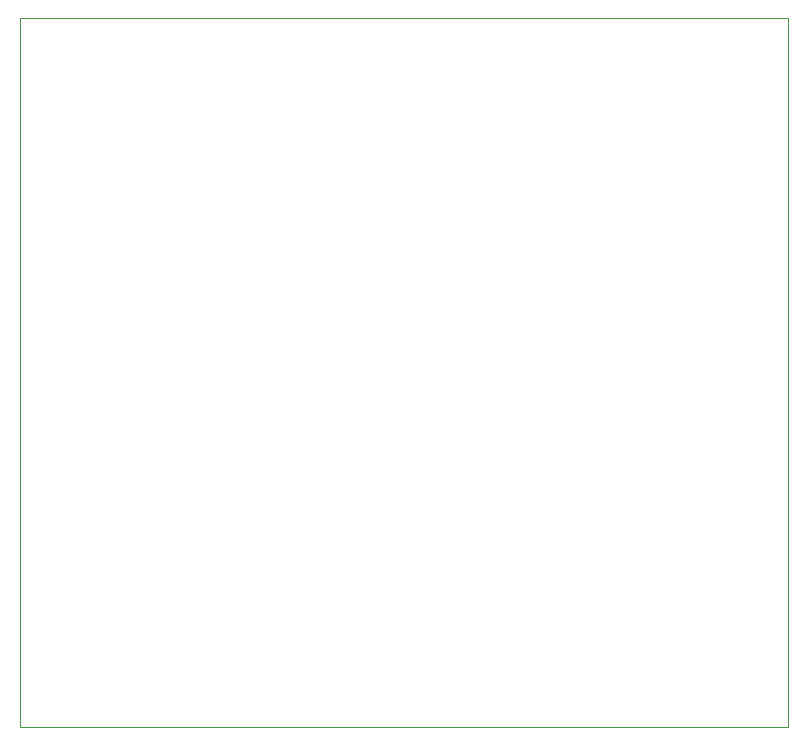
<source format=gm1>
%TF.GenerationSoftware,KiCad,Pcbnew,7.0.5*%
%TF.CreationDate,2023-07-13T08:51:00+02:00*%
%TF.ProjectId,Encoder-Holder,456e636f-6465-4722-9d48-6f6c6465722e,rev?*%
%TF.SameCoordinates,Original*%
%TF.FileFunction,Profile,NP*%
%FSLAX46Y46*%
G04 Gerber Fmt 4.6, Leading zero omitted, Abs format (unit mm)*
G04 Created by KiCad (PCBNEW 7.0.5) date 2023-07-13 08:51:00*
%MOMM*%
%LPD*%
G01*
G04 APERTURE LIST*
%TA.AperFunction,Profile*%
%ADD10C,0.100000*%
%TD*%
G04 APERTURE END LIST*
D10*
X100000000Y-50000000D02*
X165000000Y-50000000D01*
X165000000Y-110000000D01*
X100000000Y-110000000D01*
X100000000Y-50000000D01*
M02*

</source>
